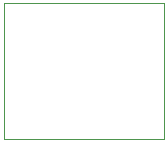
<source format=gbr>
%TF.GenerationSoftware,KiCad,Pcbnew,9.0.0*%
%TF.CreationDate,2025-05-04T14:36:27-07:00*%
%TF.ProjectId,Deployment-Switch-Adaptor,4465706c-6f79-46d6-956e-742d53776974,rev?*%
%TF.SameCoordinates,Original*%
%TF.FileFunction,Profile,NP*%
%FSLAX46Y46*%
G04 Gerber Fmt 4.6, Leading zero omitted, Abs format (unit mm)*
G04 Created by KiCad (PCBNEW 9.0.0) date 2025-05-04 14:36:27*
%MOMM*%
%LPD*%
G01*
G04 APERTURE LIST*
%TA.AperFunction,Profile*%
%ADD10C,0.050000*%
%TD*%
G04 APERTURE END LIST*
D10*
X156250000Y-80500000D02*
X169750000Y-80500000D01*
X169750000Y-92000000D01*
X156250000Y-92000000D01*
X156250000Y-80500000D01*
M02*

</source>
